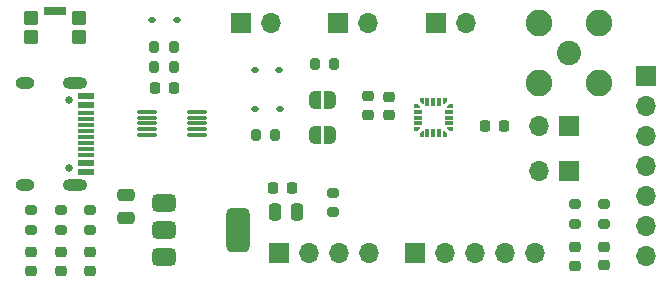
<source format=gbr>
%TF.GenerationSoftware,KiCad,Pcbnew,8.0.6*%
%TF.CreationDate,2025-02-28T22:10:36+01:00*%
%TF.ProjectId,stm8s-target-v1,73746d38-732d-4746-9172-6765742d7631,rev?*%
%TF.SameCoordinates,PX3d09000PY6590fa0*%
%TF.FileFunction,Soldermask,Top*%
%TF.FilePolarity,Negative*%
%FSLAX46Y46*%
G04 Gerber Fmt 4.6, Leading zero omitted, Abs format (unit mm)*
G04 Created by KiCad (PCBNEW 8.0.6) date 2025-02-28 22:10:36*
%MOMM*%
%LPD*%
G01*
G04 APERTURE LIST*
G04 Aperture macros list*
%AMRoundRect*
0 Rectangle with rounded corners*
0 $1 Rounding radius*
0 $2 $3 $4 $5 $6 $7 $8 $9 X,Y pos of 4 corners*
0 Add a 4 corners polygon primitive as box body*
4,1,4,$2,$3,$4,$5,$6,$7,$8,$9,$2,$3,0*
0 Add four circle primitives for the rounded corners*
1,1,$1+$1,$2,$3*
1,1,$1+$1,$4,$5*
1,1,$1+$1,$6,$7*
1,1,$1+$1,$8,$9*
0 Add four rect primitives between the rounded corners*
20,1,$1+$1,$2,$3,$4,$5,0*
20,1,$1+$1,$4,$5,$6,$7,0*
20,1,$1+$1,$6,$7,$8,$9,0*
20,1,$1+$1,$8,$9,$2,$3,0*%
%AMFreePoly0*
4,1,6,0.325000,0.000000,0.325000,-0.150000,-0.175000,-0.150000,-0.175000,0.150000,0.175000,0.150000,0.325000,0.000000,0.325000,0.000000,$1*%
%AMFreePoly1*
4,1,6,0.325000,0.000000,0.175000,-0.150000,-0.175000,-0.150000,-0.175000,0.150000,0.325000,0.150000,0.325000,0.000000,0.325000,0.000000,$1*%
%AMFreePoly2*
4,1,6,0.150000,-0.175000,-0.150000,-0.175000,-0.150000,0.175000,0.000000,0.325000,0.150000,0.325000,0.150000,-0.175000,0.150000,-0.175000,$1*%
%AMFreePoly3*
4,1,6,0.150000,0.175000,0.150000,-0.175000,-0.150000,-0.175000,-0.150000,0.325000,0.000000,0.325000,0.150000,0.175000,0.150000,0.175000,$1*%
%AMFreePoly4*
4,1,6,0.175000,-0.150000,-0.175000,-0.150000,-0.325000,0.000000,-0.325000,0.150000,0.175000,0.150000,0.175000,-0.150000,0.175000,-0.150000,$1*%
%AMFreePoly5*
4,1,7,0.175000,-0.150000,-0.175000,-0.150000,-0.325000,-0.150000,-0.325000,0.000000,-0.175000,0.150000,0.175000,0.150000,0.175000,-0.150000,0.175000,-0.150000,$1*%
%AMFreePoly6*
4,1,6,0.150000,-0.175000,0.000000,-0.325000,-0.150000,-0.325000,-0.150000,0.175000,0.150000,0.175000,0.150000,-0.175000,0.150000,-0.175000,$1*%
%AMFreePoly7*
4,1,6,0.150000,-0.325000,0.000000,-0.325000,-0.150000,-0.175000,-0.150000,0.175000,0.150000,0.175000,0.150000,-0.325000,0.150000,-0.325000,$1*%
%AMFreePoly8*
4,1,19,0.500000,-0.750000,0.000000,-0.750000,0.000000,-0.744911,-0.071157,-0.744911,-0.207708,-0.704816,-0.327430,-0.627875,-0.420627,-0.520320,-0.479746,-0.390866,-0.500000,-0.250000,-0.500000,0.250000,-0.479746,0.390866,-0.420627,0.520320,-0.327430,0.627875,-0.207708,0.704816,-0.071157,0.744911,0.000000,0.744911,0.000000,0.750000,0.500000,0.750000,0.500000,-0.750000,0.500000,-0.750000,
$1*%
%AMFreePoly9*
4,1,19,0.000000,0.744911,0.071157,0.744911,0.207708,0.704816,0.327430,0.627875,0.420627,0.520320,0.479746,0.390866,0.500000,0.250000,0.500000,-0.250000,0.479746,-0.390866,0.420627,-0.520320,0.327430,-0.627875,0.207708,-0.704816,0.071157,-0.744911,0.000000,-0.744911,0.000000,-0.750000,-0.500000,-0.750000,-0.500000,0.750000,0.000000,0.750000,0.000000,0.744911,0.000000,0.744911,
$1*%
G04 Aperture macros list end*
%ADD10RoundRect,0.112500X-0.187500X-0.112500X0.187500X-0.112500X0.187500X0.112500X-0.187500X0.112500X0*%
%ADD11RoundRect,0.225000X-0.225000X-0.250000X0.225000X-0.250000X0.225000X0.250000X-0.225000X0.250000X0*%
%ADD12RoundRect,0.200000X0.275000X-0.200000X0.275000X0.200000X-0.275000X0.200000X-0.275000X-0.200000X0*%
%ADD13RoundRect,0.250000X0.475000X-0.250000X0.475000X0.250000X-0.475000X0.250000X-0.475000X-0.250000X0*%
%ADD14RoundRect,0.200000X-0.200000X-0.275000X0.200000X-0.275000X0.200000X0.275000X-0.200000X0.275000X0*%
%ADD15RoundRect,0.200000X-0.275000X0.200000X-0.275000X-0.200000X0.275000X-0.200000X0.275000X0.200000X0*%
%ADD16R,1.700000X1.700000*%
%ADD17O,1.700000X1.700000*%
%ADD18RoundRect,0.218750X0.256250X-0.218750X0.256250X0.218750X-0.256250X0.218750X-0.256250X-0.218750X0*%
%ADD19FreePoly0,270.000000*%
%ADD20R,0.300000X0.700000*%
%ADD21FreePoly1,270.000000*%
%ADD22FreePoly2,270.000000*%
%ADD23R,0.700000X0.300000*%
%ADD24FreePoly3,270.000000*%
%ADD25FreePoly4,270.000000*%
%ADD26FreePoly5,270.000000*%
%ADD27FreePoly6,270.000000*%
%ADD28FreePoly7,270.000000*%
%ADD29C,0.650000*%
%ADD30R,1.450000X0.600000*%
%ADD31R,1.450000X0.300000*%
%ADD32O,2.100000X1.000000*%
%ADD33O,1.600000X1.000000*%
%ADD34RoundRect,0.250000X-0.250000X-0.475000X0.250000X-0.475000X0.250000X0.475000X-0.250000X0.475000X0*%
%ADD35FreePoly8,0.000000*%
%ADD36FreePoly9,0.000000*%
%ADD37RoundRect,0.102000X-0.450000X-0.500000X0.450000X-0.500000X0.450000X0.500000X-0.450000X0.500000X0*%
%ADD38RoundRect,0.102000X-0.850000X-0.275000X0.850000X-0.275000X0.850000X0.275000X-0.850000X0.275000X0*%
%ADD39RoundRect,0.225000X0.250000X-0.225000X0.250000X0.225000X-0.250000X0.225000X-0.250000X-0.225000X0*%
%ADD40C,2.050000*%
%ADD41C,2.250000*%
%ADD42RoundRect,0.087500X-0.725000X-0.087500X0.725000X-0.087500X0.725000X0.087500X-0.725000X0.087500X0*%
%ADD43RoundRect,0.225000X0.225000X0.250000X-0.225000X0.250000X-0.225000X-0.250000X0.225000X-0.250000X0*%
%ADD44RoundRect,0.200000X0.200000X0.275000X-0.200000X0.275000X-0.200000X-0.275000X0.200000X-0.275000X0*%
%ADD45RoundRect,0.375000X-0.625000X-0.375000X0.625000X-0.375000X0.625000X0.375000X-0.625000X0.375000X0*%
%ADD46RoundRect,0.500000X-0.500000X-1.400000X0.500000X-1.400000X0.500000X1.400000X-0.500000X1.400000X0*%
G04 APERTURE END LIST*
D10*
%TO.C,D8*%
X20900000Y18500000D03*
X23000000Y18500000D03*
%TD*%
%TO.C,D7*%
X20950000Y15250000D03*
X23050000Y15250000D03*
%TD*%
D11*
%TO.C,C6*%
X40450000Y13750000D03*
X42000000Y13750000D03*
%TD*%
D12*
%TO.C,R9*%
X27500000Y6500000D03*
X27500000Y8150000D03*
%TD*%
D13*
%TO.C,C1*%
X10000000Y6000000D03*
X10000000Y7900000D03*
%TD*%
D14*
%TO.C,R1*%
X12425000Y18750000D03*
X14075000Y18750000D03*
%TD*%
%TO.C,R8*%
X26000000Y19000000D03*
X27650000Y19000000D03*
%TD*%
D15*
%TO.C,R6*%
X48000000Y7150000D03*
X48000000Y5500000D03*
%TD*%
D16*
%TO.C,J5*%
X23000000Y3000000D03*
D17*
X25540000Y3000000D03*
X28080000Y3000000D03*
X30620000Y3000000D03*
%TD*%
D18*
%TO.C,D1*%
X2000000Y1500000D03*
X2000000Y3075000D03*
%TD*%
%TO.C,D4*%
X7000000Y1500000D03*
X7000000Y3075000D03*
%TD*%
D17*
%TO.C,J3*%
X30540000Y22500000D03*
D16*
X28000000Y22500000D03*
%TD*%
D15*
%TO.C,R4*%
X4500000Y6650000D03*
X4500000Y5000000D03*
%TD*%
D19*
%TO.C,U3*%
X37037500Y15975000D03*
D20*
X36537500Y15800000D03*
X36037500Y15800000D03*
X35537500Y15800000D03*
D21*
X35037500Y15975000D03*
D22*
X34562500Y15500000D03*
D23*
X34737500Y15000000D03*
X34737500Y14500000D03*
X34737500Y14000000D03*
D24*
X34562500Y13500000D03*
D25*
X35037500Y13025000D03*
D20*
X35537500Y13200000D03*
X36037500Y13200000D03*
X36537500Y13200000D03*
D26*
X37037500Y13025000D03*
D27*
X37512500Y13500000D03*
D23*
X37337500Y14000000D03*
X37337500Y14500000D03*
X37337500Y15000000D03*
D28*
X37512500Y15500000D03*
%TD*%
D18*
%TO.C,D5*%
X4500000Y1500000D03*
X4500000Y3075000D03*
%TD*%
D16*
%TO.C,J9*%
X36250000Y22500000D03*
D17*
X38790000Y22500000D03*
%TD*%
D15*
%TO.C,R3*%
X7000000Y6650000D03*
X7000000Y5000000D03*
%TD*%
D16*
%TO.C,J1*%
X47500000Y10000000D03*
D17*
X44960000Y10000000D03*
%TD*%
D29*
%TO.C,J7*%
X5150000Y16000000D03*
X5150000Y10220000D03*
D30*
X6595000Y16360000D03*
X6595000Y15560000D03*
D31*
X6595000Y14360000D03*
X6595000Y13360000D03*
X6595000Y12860000D03*
X6595000Y11860000D03*
D30*
X6595000Y10660000D03*
X6595000Y9860000D03*
X6595000Y9860000D03*
X6595000Y10660000D03*
D31*
X6595000Y11360000D03*
X6595000Y12360000D03*
X6595000Y13860000D03*
X6595000Y14860000D03*
D30*
X6595000Y15560000D03*
X6595000Y16360000D03*
D32*
X5680000Y17430000D03*
D33*
X1500000Y17430000D03*
D32*
X5680000Y8790000D03*
D33*
X1500000Y8790000D03*
%TD*%
D34*
%TO.C,C2*%
X22600000Y6500000D03*
X24500000Y6500000D03*
%TD*%
D16*
%TO.C,J4*%
X54000000Y18000000D03*
D17*
X54000000Y15460000D03*
X54000000Y12920000D03*
X54000000Y10380000D03*
X54000000Y7840000D03*
X54000000Y5300000D03*
X54000000Y2760000D03*
%TD*%
D35*
%TO.C,JP1*%
X26000000Y16000000D03*
D36*
X27300000Y16000000D03*
%TD*%
D37*
%TO.C,S1*%
X1950000Y22900000D03*
X1950000Y21300000D03*
X6050000Y21300000D03*
X6050000Y22900000D03*
D38*
X4000000Y23525000D03*
%TD*%
D39*
%TO.C,C5*%
X32250000Y16275000D03*
X32250000Y14725000D03*
%TD*%
D16*
%TO.C,J2*%
X47500000Y13750000D03*
D17*
X44960000Y13750000D03*
%TD*%
D40*
%TO.C,J8*%
X47500000Y20000000D03*
D41*
X44960000Y22540000D03*
X44960000Y17460000D03*
X50040000Y22540000D03*
X50040000Y17460000D03*
%TD*%
D14*
%TO.C,R2*%
X12425000Y20500000D03*
X14075000Y20500000D03*
%TD*%
D18*
%TO.C,D3*%
X50500000Y2000000D03*
X50500000Y3575000D03*
%TD*%
D15*
%TO.C,R7*%
X50500000Y7150000D03*
X50500000Y5500000D03*
%TD*%
D11*
%TO.C,C4*%
X12500000Y17000000D03*
X14050000Y17000000D03*
%TD*%
D35*
%TO.C,JP2*%
X26000000Y13000000D03*
D36*
X27300000Y13000000D03*
%TD*%
D18*
%TO.C,D2*%
X48000000Y1925000D03*
X48000000Y3500000D03*
%TD*%
D42*
%TO.C,U2*%
X11775000Y15000000D03*
X11775000Y14500000D03*
X11775000Y14000000D03*
X11775000Y13500000D03*
X11775000Y13000000D03*
X16000000Y13000000D03*
X16000000Y13500000D03*
X16000000Y14000000D03*
X16000000Y14500000D03*
X16000000Y15000000D03*
%TD*%
D43*
%TO.C,C3*%
X24050000Y8500000D03*
X22500000Y8500000D03*
%TD*%
D15*
%TO.C,R5*%
X2000000Y6650000D03*
X2000000Y5000000D03*
%TD*%
D16*
%TO.C,J6*%
X34500000Y3000000D03*
D17*
X37040000Y3000000D03*
X39580000Y3000000D03*
X42120000Y3000000D03*
X44660000Y3000000D03*
%TD*%
D44*
%TO.C,R12*%
X22650000Y13000000D03*
X21000000Y13000000D03*
%TD*%
D45*
%TO.C,U1*%
X13200000Y7300000D03*
X13200000Y5000000D03*
D46*
X19500000Y5000000D03*
D45*
X13200000Y2700000D03*
%TD*%
D10*
%TO.C,D6*%
X12250000Y22750000D03*
X14350000Y22750000D03*
%TD*%
D16*
%TO.C,J10*%
X19750000Y22500000D03*
D17*
X22290000Y22500000D03*
%TD*%
D39*
%TO.C,C7*%
X30500000Y14750000D03*
X30500000Y16300000D03*
%TD*%
M02*

</source>
